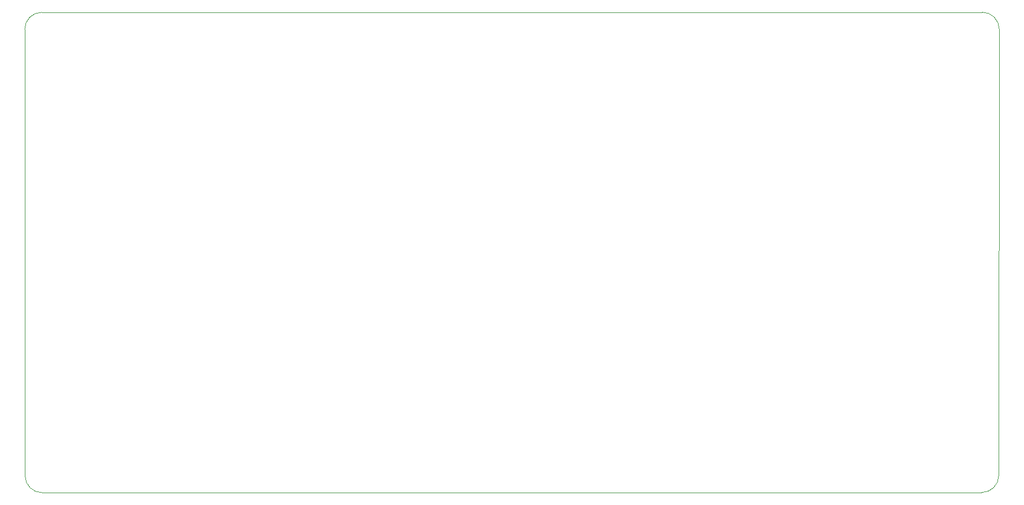
<source format=gbr>
%TF.GenerationSoftware,KiCad,Pcbnew,7.0.1-0*%
%TF.CreationDate,2024-01-23T12:35:29+01:00*%
%TF.ProjectId,BLDC ESC,424c4443-2045-4534-932e-6b696361645f,0.2*%
%TF.SameCoordinates,Original*%
%TF.FileFunction,Profile,NP*%
%FSLAX46Y46*%
G04 Gerber Fmt 4.6, Leading zero omitted, Abs format (unit mm)*
G04 Created by KiCad (PCBNEW 7.0.1-0) date 2024-01-23 12:35:29*
%MOMM*%
%LPD*%
G01*
G04 APERTURE LIST*
%TA.AperFunction,Profile*%
%ADD10C,0.100000*%
%TD*%
G04 APERTURE END LIST*
D10*
X86455250Y-52832000D02*
X227534199Y-52813949D01*
X86455250Y-52831950D02*
G75*
G03*
X83915250Y-55372000I50J-2540050D01*
G01*
X230074199Y-55353949D02*
X229997049Y-122428049D01*
X227457049Y-124968049D02*
G75*
G03*
X229997049Y-122428049I-49J2540049D01*
G01*
X230074151Y-55353949D02*
G75*
G03*
X227534199Y-52813949I-2539951J49D01*
G01*
X83965100Y-122446100D02*
X83915250Y-55372000D01*
X227457049Y-124968049D02*
X86505100Y-124986100D01*
X83965100Y-122446100D02*
G75*
G03*
X86505100Y-124986100I2539900J-100D01*
G01*
M02*

</source>
